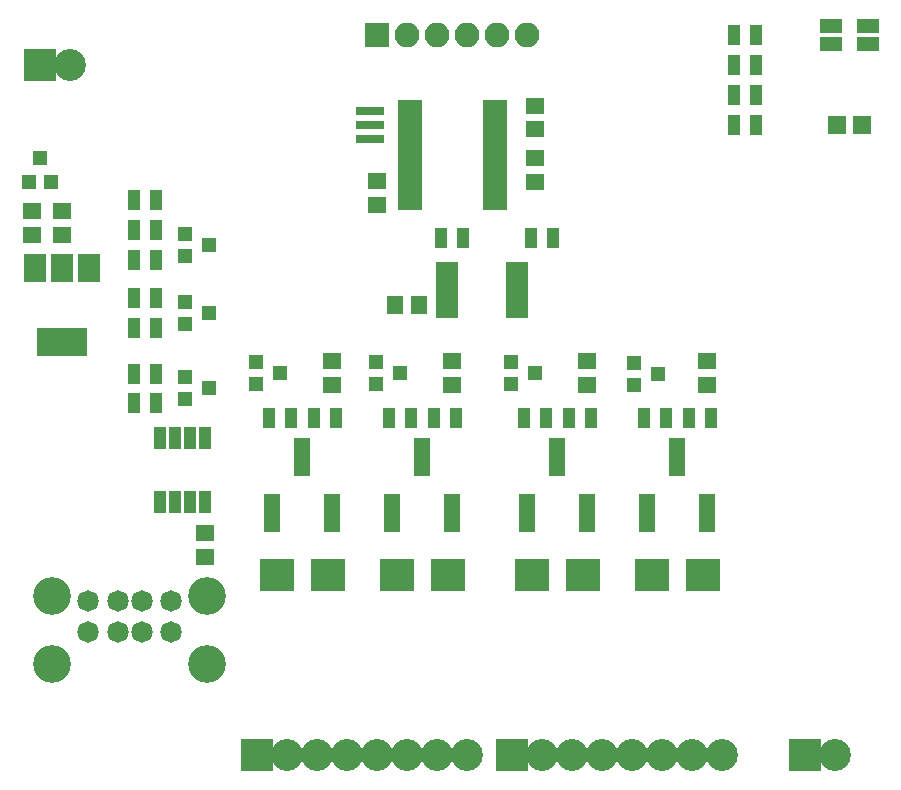
<source format=gts>
G04 #@! TF.FileFunction,Soldermask,Top*
%FSLAX46Y46*%
G04 Gerber Fmt 4.6, Leading zero omitted, Abs format (unit mm)*
G04 Created by KiCad (PCBNEW 4.0.2+dfsg1-stable) date Tue 31 Jul 2018 01:25:16 PM EDT*
%MOMM*%
G01*
G04 APERTURE LIST*
%ADD10C,0.127000*%
%ADD11R,1.650000X1.400000*%
%ADD12C,1.820000*%
%ADD13C,3.200000*%
%ADD14R,1.100000X1.700000*%
%ADD15R,1.400000X1.650000*%
%ADD16R,1.300000X1.200000*%
%ADD17R,2.900000X2.700000*%
%ADD18C,2.700000*%
%ADD19R,2.700000X2.700000*%
%ADD20R,2.100000X2.100000*%
%ADD21O,2.100000X2.100000*%
%ADD22R,1.416000X3.194000*%
%ADD23R,1.850000X0.850000*%
%ADD24R,2.400000X0.800000*%
%ADD25R,2.150000X0.850000*%
%ADD26R,4.200000X2.400000*%
%ADD27R,1.900000X2.400000*%
%ADD28R,1.598880X1.598880*%
%ADD29R,1.000000X1.950000*%
%ADD30R,1.900000X1.300000*%
%ADD31R,1.200000X1.300000*%
G04 APERTURE END LIST*
D10*
D11*
X46990000Y56880000D03*
X46990000Y54880000D03*
D12*
X9200000Y19440005D03*
X11700000Y19440005D03*
X13700000Y19440005D03*
X16200000Y19440005D03*
X9200000Y16820005D03*
X11700000Y16820005D03*
X13700000Y16820005D03*
X16200000Y16820005D03*
D13*
X19270000Y14110005D03*
X19270000Y19790005D03*
X6130000Y19790005D03*
X6130000Y14110005D03*
D14*
X48575000Y50165000D03*
X46675000Y50165000D03*
D15*
X37195000Y44450000D03*
X35195000Y44450000D03*
D11*
X29845000Y37735000D03*
X29845000Y39735000D03*
X40005000Y37735000D03*
X40005000Y39735000D03*
X51435000Y37735000D03*
X51435000Y39735000D03*
X61595000Y37735000D03*
X61595000Y39735000D03*
D16*
X23400000Y39685000D03*
X23400000Y37785000D03*
X25400000Y38735000D03*
D17*
X25155000Y21590000D03*
X29455000Y21590000D03*
D16*
X33560000Y39685000D03*
X33560000Y37785000D03*
X35560000Y38735000D03*
D17*
X35315000Y21590000D03*
X39615000Y21590000D03*
D16*
X44974000Y39685000D03*
X44974000Y37785000D03*
X46974000Y38735000D03*
D17*
X46745000Y21590000D03*
X51045000Y21590000D03*
D16*
X55388000Y39558000D03*
X55388000Y37658000D03*
X57388000Y38608000D03*
D17*
X56905000Y21590000D03*
X61205000Y21590000D03*
D18*
X62865000Y6350000D03*
X60325000Y6350000D03*
X57785000Y6350000D03*
X55245000Y6350000D03*
X52705000Y6350000D03*
X50165000Y6350000D03*
X47625000Y6350000D03*
D19*
X45085000Y6350000D03*
X23495000Y6350000D03*
D18*
X26035000Y6350000D03*
X28575000Y6350000D03*
X31115000Y6350000D03*
X33655000Y6350000D03*
X36195000Y6350000D03*
X38735000Y6350000D03*
X41275000Y6350000D03*
D19*
X69850000Y6350000D03*
D18*
X72390000Y6350000D03*
D20*
X33655000Y67310000D03*
D21*
X36195000Y67310000D03*
X38735000Y67310000D03*
X41275000Y67310000D03*
X43815000Y67310000D03*
X46355000Y67310000D03*
D14*
X40955000Y50165000D03*
X39055000Y50165000D03*
X30160000Y34925000D03*
X28260000Y34925000D03*
X24450000Y34925000D03*
X26350000Y34925000D03*
X40320000Y34925000D03*
X38420000Y34925000D03*
X34610000Y34925000D03*
X36510000Y34925000D03*
X51750000Y34925000D03*
X49850000Y34925000D03*
X46040000Y34925000D03*
X47940000Y34925000D03*
X61910000Y34925000D03*
X60010000Y34925000D03*
X56200000Y34925000D03*
X58100000Y34925000D03*
D22*
X24765000Y26860500D03*
X27305000Y31559500D03*
X29845000Y26860500D03*
X34925000Y26860500D03*
X37465000Y31559500D03*
X40005000Y26860500D03*
X46355000Y26860500D03*
X48895000Y31559500D03*
X51435000Y26860500D03*
X56515000Y26860500D03*
X59055000Y31559500D03*
X61595000Y26860500D03*
D23*
X39595000Y47670000D03*
X39595000Y47020000D03*
X39595000Y46370000D03*
X39595000Y45720000D03*
X39595000Y45070000D03*
X39595000Y44420000D03*
X39595000Y43770000D03*
X45495000Y43770000D03*
X45495000Y44420000D03*
X45495000Y45070000D03*
X45495000Y45720000D03*
X45495000Y46370000D03*
X45495000Y47020000D03*
X45495000Y47670000D03*
D24*
X33020000Y59690000D03*
X33020000Y60890000D03*
X33020000Y58490000D03*
D11*
X33655000Y52975000D03*
X33655000Y54975000D03*
D25*
X36405000Y61375000D03*
X36405000Y60725000D03*
X36405000Y60075000D03*
X36405000Y59425000D03*
X36405000Y58775000D03*
X36405000Y58125000D03*
X36405000Y57475000D03*
X36405000Y56825000D03*
X36405000Y56175000D03*
X36405000Y55525000D03*
X36405000Y54875000D03*
X36405000Y54225000D03*
X36405000Y53575000D03*
X36405000Y52925000D03*
X43605000Y52925000D03*
X43605000Y53575000D03*
X43605000Y54225000D03*
X43605000Y54875000D03*
X43605000Y55525000D03*
X43605000Y56175000D03*
X43605000Y56825000D03*
X43605000Y57475000D03*
X43605000Y58125000D03*
X43605000Y58775000D03*
X43605000Y59425000D03*
X43605000Y60075000D03*
X43605000Y60725000D03*
X43605000Y61375000D03*
D11*
X46990000Y61341000D03*
X46990000Y59341000D03*
D26*
X6985000Y41300000D03*
D27*
X6985000Y47600000D03*
X4685000Y47600000D03*
X9285000Y47600000D03*
D11*
X4445000Y50435000D03*
X4445000Y52435000D03*
X6985000Y50435000D03*
X6985000Y52435000D03*
X19050000Y25130000D03*
X19050000Y23130000D03*
D28*
X72610980Y59690000D03*
X74709020Y59690000D03*
D14*
X65720000Y64770000D03*
X63820000Y64770000D03*
X65720000Y62230000D03*
X63820000Y62230000D03*
X65720000Y67310000D03*
X63820000Y67310000D03*
X14920000Y53340000D03*
X13020000Y53340000D03*
X14920000Y50800000D03*
X13020000Y50800000D03*
X13020000Y48260000D03*
X14920000Y48260000D03*
X13020000Y45085000D03*
X14920000Y45085000D03*
X13020000Y42545000D03*
X14920000Y42545000D03*
X13020000Y36195000D03*
X14920000Y36195000D03*
X63820000Y59690000D03*
X65720000Y59690000D03*
D29*
X19050000Y33180000D03*
X17780000Y33180000D03*
X16510000Y33180000D03*
X15240000Y33180000D03*
X15240000Y27780000D03*
X16510000Y27780000D03*
X17780000Y27780000D03*
X19050000Y27780000D03*
D30*
X75210000Y66560000D03*
X75210000Y68060000D03*
X72110000Y68060000D03*
X72110000Y66560000D03*
D19*
X5080000Y64770000D03*
D18*
X7620000Y64770000D03*
D16*
X17415000Y50480000D03*
X17415000Y48580000D03*
X19415000Y49530000D03*
X17415000Y44765000D03*
X17415000Y42865000D03*
X19415000Y43815000D03*
X17415000Y38415000D03*
X17415000Y36515000D03*
X19415000Y37465000D03*
D31*
X4130000Y54880000D03*
X6030000Y54880000D03*
X5080000Y56880000D03*
D14*
X13020000Y38608000D03*
X14920000Y38608000D03*
M02*

</source>
